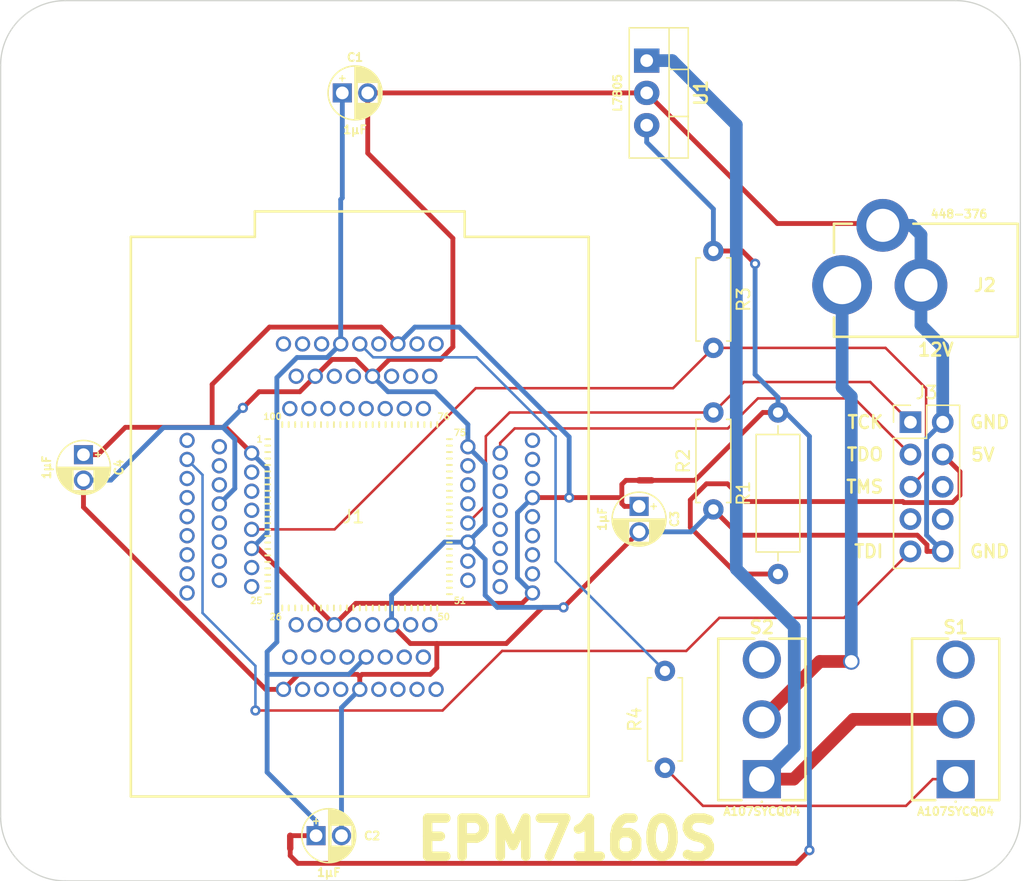
<source format=kicad_pcb>
(kicad_pcb (version 20240108) (generator "pcbnew") (generator_version "8.0")
  (title_block (title "EPM7160S") (date "2025-02-06") (rev "V0"))
  (layers (0 "F.Cu" signal) (31 "B.Cu" signal) (36 "B.SilkS" user "B.Silkscreen") (37 "F.SilkS" user "F.Silkscreen") (38 "B.Mask" user) (39 "F.Mask" user) (44 "Edge.Cuts" user))
  (net 0 "")
  (net 1 "/INPUT{slash}GCLK1")
  (net 2 "/VCCIO")
  (net 3 "/GND")
  (net 4 "/TMS")
  (net 5 "/TDO")
  (net 6 "/TDI")
  (net 7 "/TCK")
  (net 8 "/INPUT{slash}OE1")
  (net 9 "/VCCINT")
  (net 10 "/INPUT{slash}GCLRn")
  (net 11 "/INPUT{slash}OE2{slash}GCLK2")
  (net 12 "/5V")
  (net 13 "/12V Socket")
  (net 16 "Net-(J3-Pin_4)")
  (net 18 "/12V")
  (net 19 "Net-(S1-P1)")
  (net 22 "/L35")
  (net 23 "/L9")
  (net 24 "/L31")
  (net 25 "/L13")
  (net 26 "/L16")
  (net 27 "/L1")
  (net 28 "/L12")
  (net 29 "/L22")
  (net 30 "/L32")
  (net 31 "/L14")
  (net 32 "/L6")
  (net 33 "/L17")
  (net 34 "/L10")
  (net 35 "/L21")
  (net 36 "/L24")
  (net 37 "/L8")
  (net 38 "/L5")
  (net 39 "/L37")
  (net 40 "/L30")
  (net 41 "/L36")
  (net 42 "/L7")
  (net 43 "/L40")
  (net 44 "/L29")
  (net 45 "/L28")
  (net 46 "/L33")
  (net 47 "/L19")
  (net 48 "/L20")
  (net 49 "/L27")
  (net 50 "/L23")
  (net 51 "/L2")
  (net 52 "/L25")
  (net 53 "/L53")
  (net 54 "/L69")
  (net 55 "/L55")
  (net 56 "/L52")
  (net 57 "/L58")
  (net 58 "/L71")
  (net 59 "/L56")
  (net 60 "/L61")
  (net 61 "/L72")
  (net 62 "/L80")
  (net 63 "/L76")
  (net 64 "/L68")
  (net 65 "/L54")
  (net 66 "/L77")
  (net 67 "/L78")
  (net 68 "/L79")
  (net 69 "/L64")
  (net 70 "/L63")
  (net 71 "/L81")
  (net 72 "/L75")
  (net 73 "/L83")
  (net 74 "/L65")
  (net 75 "/L85")
  (net 76 "/L57")
  (net 77 "/L70")
  (net 78 "/L67")
  (net 79 "/L84")
  (net 80 "/L60")
  (net 81 "/L92")
  (net 82 "/L94")
  (net 83 "/L98")
  (net 84 "/L93")
  (net 85 "/L97")
  (net 86 "/L96")
  (net 87 "/L100")
  (net 88 "/L99")
  (net 89 "/L49")
  (net 90 "/L50")
  (net 91 "/L46")
  (net 92 "/L41")
  (net 93 "/L48")
  (net 94 "/L45")
  (net 95 "/L44")
  (net 96 "/L42")
  (net 97 "/L47")
  (footprint "SamacSys_Parts:CP_Radial_D4.0mm_P2.00mm" (layer "F.Cu") (at 10.356 -20.32)
    (property "Reference" "C1" (at 1 -2.794 0) (layer "F.SilkS") (effects (font (size 0.635 0.635))))
    (property "Value" "1μF" (at 1 2.8956 0) (layer "F.SilkS") (effects (font (size 0.635 0.635))))
    (pad "1" thru_hole rect (at 0 0) (size 1.5 1.5) (drill 1) (layers "*.Cu" "*.Mask") (net 9 "/VCCINT"))
    (pad "2" thru_hole circle (at 2 0) (size 1.5 1.5) (drill 1) (layers "*.Cu" "*.Mask") (net 3 "/GND"))
  )
  (footprint "NetTie:NetTie-2_SMD_Pad0.5mm" (layer "F.Cu") (at 6.26 38.591 90)
    (property "Reference" "NT4" (hide yes))
    (property "Value" "NetTie_2" (hide yes))
    (fp_poly (pts (xy -0.5 -0.25) (xy 0.5 -0.25) (xy 0.5 0.25) (xy -0.5 0.25)) (fill solid) (layer "F.Cu"))
    (pad "1" smd circle (at -0.5 0 90) (size 0.5 0.5) (layers "F.Cu") (net 12 "/5V"))
    (pad "2" smd circle (at 0.5 0 90) (size 0.5 0.5) (layers "F.Cu") (net 9 "/VCCINT"))
  )
  (footprint "Resistor_THT:R_Axial_DIN0207_L6.3mm_D2.5mm_P7.62mm_Horizontal" (layer "F.Cu") (at 35.724 32.749 90)
    (property "Reference" "R4" (at 3.81 -2.37 90) (layer "F.SilkS"))
    (property "Value" "2.2K")
    (pad "1" thru_hole circle (at 0 0 90) (size 1.6 1.6) (drill 0.8) (layers "*.Cu" "*.Mask") (net 19 "Net-(S1-P1)"))
    (pad "2" thru_hole oval (at 7.62 0 90) (size 1.6 1.6) (drill 0.8) (layers "*.Cu" "*.Mask") (net 8 "/INPUT{slash}OE1"))
  )
  (footprint "SamacSys_Parts:448376" (layer "F.Cu") (at 60.8838 -5.207)
    (property "Reference" "J2" (at 0 0 0) (layer "F.SilkS") (effects (font (thickness 0.2))))
    (property "Value" "448-376" (at -2.032 -5.588 0) (layer "F.SilkS") (effects (font (size 0.635 0.635))))
    (pad "INNER" thru_hole circle (at -11.2268 0) (size 4.7 4.7) (drill 3) (layers "*.Cu" "*.Mask") (net 13 "/12V Socket"))
    (pad "SHL1" thru_hole circle (at -8.0268 -4.7) (size 4.15 4.15) (drill 2.6) (layers "*.Cu" "*.Mask") (net 3 "/GND"))
    (pad "SHL2" thru_hole circle (at -5.0268 0) (size 4.15 4.15) (drill 2.6) (layers "*.Cu" "*.Mask") (net 3 "/GND"))
  )
  (footprint "SamacSys_Parts:A107SYCQ04" (layer "F.Cu") (at 43.344 33.638)
    (property "Reference" "S2" (at 0 -11.938 0) (layer "F.SilkS") (effects (font (thickness 0.2))))
    (property "Value" "A107SYCQ04" (at 0 2.54 0) (layer "F.SilkS") (effects (font (size 0.635 0.635))))
    (pad "1" thru_hole rect (at 0 0) (size 3 3) (drill 2) (layers "*.Cu" "*.Mask") (net 18 "/12V"))
    (pad "2" thru_hole circle (at 0 -4.699) (size 3 3) (drill 2) (layers "*.Cu" "*.Mask") (net 13 "/12V Socket"))
    (pad "3" thru_hole circle (at 0 -9.398) (size 3 3) (drill 2) (layers "*.Cu" "*.Mask"))
  )
  (footprint "SamacSys_Parts:TO-220-3_Vertical" (layer "F.Cu") (at 34.29 -22.86 -90)
    (property "Reference" "U1" (at 2.54 -4.27 90) (layer "F.SilkS") (effects (font (thickness 0.2))))
    (property "Value" "L7805" (at 2.54 2.286 90) (layer "F.SilkS") (effects (font (size 0.635 0.635))))
    (pad "1" thru_hole rect (at 0 0 270) (size 1.905 2) (drill 1) (layers "*.Cu" "*.Mask") (net 18 "/12V"))
    (pad "2" thru_hole oval (at 2.54 0 270) (size 1.905 2) (drill 1) (layers "*.Cu" "*.Mask") (net 3 "/GND"))
    (pad "3" thru_hole oval (at 5.08 0 270) (size 1.905 2) (drill 1) (layers "*.Cu" "*.Mask") (net 12 "/5V"))
  )
  (footprint "Resistor_THT:R_Axial_DIN0309_L9.0mm_D3.2mm_P12.70mm_Horizontal" (layer "F.Cu") (at 44.614 17.509 90)
    (property "Reference" "R1" (at 6.35 -2.72 90) (layer "F.SilkS"))
    (property "Value" "100")
    (pad "1" thru_hole circle (at 0 0 90) (size 1.6 1.6) (drill 0.8) (layers "*.Cu" "*.Mask") (net 16 "Net-(J3-Pin_4)"))
    (pad "2" thru_hole oval (at 12.7 0 90) (size 1.6 1.6) (drill 0.8) (layers "*.Cu" "*.Mask") (net 12 "/5V"))
  )
  (footprint "SamacSys_Parts:CP_Radial_D4.0mm_P2.00mm" (layer "F.Cu") (at 33.692 12.191 -90)
    (property "Reference" "C3" (at 1 -2.794 90) (layer "F.SilkS") (effects (font (size 0.635 0.635))))
    (property "Value" "1μF" (at 1 2.8956 90) (layer "F.SilkS") (effects (font (size 0.635 0.635))))
    (pad "1" thru_hole rect (at 0 0 270) (size 1.5 1.5) (drill 1) (layers "*.Cu" "*.Mask") (net 2 "/VCCIO"))
    (pad "2" thru_hole circle (at 2 0 270) (size 1.5 1.5) (drill 1) (layers "*.Cu" "*.Mask") (net 3 "/GND"))
  )
  (footprint "Connector_PinHeader_2.54mm:PinHeader_2x05_P2.54mm_Vertical" (layer "F.Cu") (at 55.028 5.571)
    (property "Reference" "J3" (at 1.27 -2.33 0) (layer "F.SilkS"))
    (property "Value" "Conn_02x05_Counter_Clockwise")
    (pad "1" thru_hole rect (at 0 0) (size 1.7 1.7) (drill 1) (layers "*.Cu" "*.Mask") (net 7 "/TCK"))
    (pad "2" thru_hole oval (at 2.54 0) (size 1.7 1.7) (drill 1) (layers "*.Cu" "*.Mask") (net 3 "/GND"))
    (pad "3" thru_hole oval (at 0 2.54) (size 1.7 1.7) (drill 1) (layers "*.Cu" "*.Mask") (net 5 "/TDO"))
    (pad "4" thru_hole oval (at 2.54 2.54) (size 1.7 1.7) (drill 1) (layers "*.Cu" "*.Mask") (net 16 "Net-(J3-Pin_4)"))
    (pad "5" thru_hole oval (at 0 5.08) (size 1.7 1.7) (drill 1) (layers "*.Cu" "*.Mask") (net 4 "/TMS"))
    (pad "6" thru_hole oval (at 2.54 5.08) (size 1.7 1.7) (drill 1) (layers "*.Cu" "*.Mask"))
    (pad "7" thru_hole oval (at 0 7.62) (size 1.7 1.7) (drill 1) (layers "*.Cu" "*.Mask"))
    (pad "8" thru_hole oval (at 2.54 7.62) (size 1.7 1.7) (drill 1) (layers "*.Cu" "*.Mask"))
    (pad "9" thru_hole oval (at 0 10.16) (size 1.7 1.7) (drill 1) (layers "*.Cu" "*.Mask") (net 6 "/TDI"))
    (pad "10" thru_hole oval (at 2.54 10.16) (size 1.7 1.7) (drill 1) (layers "*.Cu" "*.Mask") (net 3 "/GND"))
  )
  (footprint "Resistor_THT:R_Axial_DIN0207_L6.3mm_D2.5mm_P7.62mm_Horizontal" (layer "F.Cu") (at 39.534 12.429 90)
    (property "Reference" "R2" (at 3.81 -2.37 90) (layer "F.SilkS"))
    (property "Value" "6.8K")
    (pad "1" thru_hole circle (at 0 0 90) (size 1.6 1.6) (drill 0.8) (layers "*.Cu" "*.Mask") (net 3 "/GND"))
    (pad "2" thru_hole oval (at 7.62 0 90) (size 1.6 1.6) (drill 0.8) (layers "*.Cu" "*.Mask") (net 7 "/TCK"))
  )
  (footprint "Resistor_THT:R_Axial_DIN0207_L6.3mm_D2.5mm_P7.62mm_Horizontal" (layer "F.Cu") (at 39.534 -7.891 -90)
    (property "Reference" "R3" (at 3.81 -2.37 90) (layer "F.SilkS"))
    (property "Value" "6.8K")
    (pad "1" thru_hole circle (at 0 0 270) (size 1.6 1.6) (drill 0.8) (layers "*.Cu" "*.Mask") (net 12 "/5V"))
    (pad "2" thru_hole oval (at 7.62 0 270) (size 1.6 1.6) (drill 0.8) (layers "*.Cu" "*.Mask") (net 4 "/TMS"))
  )
  (footprint "SamacSys_Parts:AllSocket-QFP-100-14X14-0.5-Clamshell" (layer "F.Cu") (at 10.714 11.984)
    (property "Reference" "J1" (at 0.516 1.016 0) (layer "F.SilkS"))
    (property "Value" "~")
    (fp_text user "51" (at 8.89 7.62 0) (layer "F.SilkS") (effects (font (size 0.5 0.5) (thickness 0.1) (bold yes))))
    (fp_text user "26" (at -5.588 8.89 0) (layer "F.SilkS") (effects (font (size 0.5 0.5) (thickness 0.1) (bold yes))))
    (fp_text user "1" (at -6.858 -5.08 0) (layer "F.SilkS") (effects (font (size 0.5 0.5) (thickness 0.1) (bold yes))))
    (fp_text user "25" (at -7.112 7.62 0) (layer "F.SilkS") (effects (font (size 0.5 0.5) (thickness 0.1) (bold yes))))
    (fp_text user "100" (at -5.842 -6.858 0) (layer "F.SilkS") (effects (font (size 0.5 0.5) (thickness 0.1) (bold yes))))
    (fp_text user "76" (at 7.62 -6.858 0) (layer "F.SilkS") (effects (font (size 0.5 0.5) (thickness 0.1) (bold yes))))
    (fp_text user "50" (at 7.62 8.89 0) (layer "F.SilkS") (effects (font (size 0.5 0.5) (thickness 0.1) (bold yes))))
    (fp_text user "75" (at 8.89 -5.588 0) (layer "F.SilkS") (effects (font (size 0.5 0.5) (thickness 0.1) (bold yes))))
    (pad "" np_thru_hole circle (at -11.984 -11.984 90) (size 3.2 3.2) (drill 3.6) (layers "F&B.Cu" "*.Mask"))
    (pad "" np_thru_hole circle (at -11.984 14.016 90) (size 3.2 3.2) (drill 3.6) (layers "F&B.Cu" "*.Mask"))
    (pad "" np_thru_hole circle (at 14.016 -11.984 90) (size 3.2 3.2) (drill 3.6) (layers "F&B.Cu" "*.Mask"))
    (pad "" np_thru_hole circle (at 14.016 14.016 90) (size 3.2 3.2) (drill 3.6) (layers "F&B.Cu" "*.Mask"))
    (pad "1" thru_hole circle (at -12.564 -4.984 90) (size 1.2 1.2) (drill 0.8) (layers "*.Cu" "*.Mask") (net 27 "/L1"))
    (pad "2" thru_hole circle (at -10.024 -4.484 90) (size 1.2 1.2) (drill 0.8) (layers "*.Cu" "*.Mask") (net 51 "/L2"))
    (pad "3" thru_hole circle (at -7.484 -3.984 90) (size 1.2 1.2) (drill 0.8) (layers "*.Cu" "*.Mask") (net 2 "/VCCIO"))
    (pad "4" thru_hole circle (at -12.564 -3.484 90) (size 1.2 1.2) (drill 0.8) (layers "*.Cu" "*.Mask") (net 6 "/TDI"))
    (pad "5" thru_hole circle (at -10.024 -2.984 90) (size 1.2 1.2) (drill 0.8) (layers "*.Cu" "*.Mask") (net 38 "/L5"))
    (pad "6" thru_hole circle (at -7.484 -2.484 90) (size 1.2 1.2) (drill 0.8) (layers "*.Cu" "*.Mask") (net 32 "/L6"))
    (pad "7" thru_hole circle (at -12.564 -1.984 90) (size 1.2 1.2) (drill 0.8) (layers "*.Cu" "*.Mask") (net 42 "/L7"))
    (pad "8" thru_hole circle (at -10.024 -1.484 90) (size 1.2 1.2) (drill 0.8) (layers "*.Cu" "*.Mask") (net 37 "/L8"))
    (pad "9" thru_hole circle (at -7.484 -0.984 90) (size 1.2 1.2) (drill 0.8) (layers "*.Cu" "*.Mask") (net 23 "/L9"))
    (pad "10" thru_hole circle (at -12.564 -0.484 90) (size 1.2 1.2) (drill 0.8) (layers "*.Cu" "*.Mask") (net 34 "/L10"))
    (pad "11" thru_hole circle (at -10.024 0.016 90) (size 1.2 1.2) (drill 0.8) (layers "*.Cu" "*.Mask") (net 3 "/GND"))
    (pad "12" thru_hole circle (at -7.484 0.516 90) (size 1.2 1.2) (drill 0.8) (layers "*.Cu" "*.Mask") (net 28 "/L12"))
    (pad "13" thru_hole circle (at -12.564 1.016 90) (size 1.2 1.2) (drill 0.8) (layers "*.Cu" "*.Mask") (net 25 "/L13"))
    (pad "14" thru_hole circle (at -10.024 1.516 90) (size 1.2 1.2) (drill 0.8) (layers "*.Cu" "*.Mask") (net 31 "/L14"))
    (pad "15" thru_hole circle (at -7.484 2.016 90) (size 1.2 1.2) (drill 0.8) (layers "*.Cu" "*.Mask") (net 4 "/TMS"))
    (pad "16" thru_hole circle (at -12.564 2.516 90) (size 1.2 1.2) (drill 0.8) (layers "*.Cu" "*.Mask") (net 26 "/L16"))
    (pad "17" thru_hole circle (at -10.024 3.016 90) (size 1.2 1.2) (drill 0.8) (layers "*.Cu" "*.Mask") (net 33 "/L17"))
    (pad "18" thru_hole circle (at -7.484 3.516 90) (size 1.2 1.2) (drill 0.8) (layers "*.Cu" "*.Mask") (net 2 "/VCCIO"))
    (pad "19" thru_hole circle (at -12.564 4.016 90) (size 1.2 1.2) (drill 0.8) (layers "*.Cu" "*.Mask") (net 47 "/L19"))
    (pad "20" thru_hole circle (at -10.024 4.516 90) (size 1.2 1.2) (drill 0.8) (layers "*.Cu" "*.Mask") (net 48 "/L20"))
    (pad "21" thru_hole circle (at -7.484 5.016 90) (size 1.2 1.2) (drill 0.8) (layers "*.Cu" "*.Mask") (net 35 "/L21"))
    (pad "22" thru_hole circle (at -12.564 5.516 90) (size 1.2 1.2) (drill 0.8) (layers "*.Cu" "*.Mask") (net 29 "/L22"))
    (pad "23" thru_hole circle (at -10.024 6.016 90) (size 1.2 1.2) (drill 0.8) (layers "*.Cu" "*.Mask") (net 50 "/L23"))
    (pad "24" thru_hole circle (at -7.484 6.516 90) (size 1.2 1.2) (drill 0.8) (layers "*.Cu" "*.Mask") (net 36 "/L24"))
    (pad "25" thru_hole circle (at -12.564 7.016 90) (size 1.2 1.2) (drill 0.8) (layers "*.Cu" "*.Mask") (net 52 "/L25"))
    (pad "26" thru_hole circle (at -4.984 14.596 180) (size 1.2 1.2) (drill 0.8) (layers "*.Cu" "*.Mask") (net 3 "/GND"))
    (pad "27" thru_hole circle (at -4.484 12.056 180) (size 1.2 1.2) (drill 0.8) (layers "*.Cu" "*.Mask") (net 49 "/L27"))
    (pad "28" thru_hole circle (at -3.984 9.516 180) (size 1.2 1.2) (drill 0.8) (layers "*.Cu" "*.Mask") (net 45 "/L28"))
    (pad "29" thru_hole circle (at -3.484 14.596 180) (size 1.2 1.2) (drill 0.8) (layers "*.Cu" "*.Mask") (net 44 "/L29"))
    (pad "30" thru_hole circle (at -2.984 12.056 180) (size 1.2 1.2) (drill 0.8) (layers "*.Cu" "*.Mask") (net 40 "/L30"))
    (pad "31" thru_hole circle (at -2.484 9.516 180) (size 1.2 1.2) (drill 0.8) (layers "*.Cu" "*.Mask") (net 24 "/L31"))
    (pad "32" thru_hole circle (at -1.984 14.596 180) (size 1.2 1.2) (drill 0.8) (layers "*.Cu" "*.Mask") (net 30 "/L32"))
    (pad "33" thru_hole circle (at -1.484 12.056 180) (size 1.2 1.2) (drill 0.8) (layers "*.Cu" "*.Mask") (net 46 "/L33"))
    (pad "34" thru_hole circle (at -0.984 9.516 180) (size 1.2 1.2) (drill 0.8) (layers "*.Cu" "*.Mask") (net 2 "/VCCIO"))
    (pad "35" thru_hole circle (at -0.484 14.596 180) (size 1.2 1.2) (drill 0.8) (layers "*.Cu" "*.Mask") (net 22 "/L35"))
    (pad "36" thru_hole circle (at 0.016 12.056 180) (size 1.2 1.2) (drill 0.8) (layers "*.Cu" "*.Mask") (net 41 "/L36"))
    (pad "37" thru_hole circle (at 0.516 9.516 180) (size 1.2 1.2) (drill 0.8) (layers "*.Cu" "*.Mask") (net 39 "/L37"))
    (pad "38" thru_hole circle (at 1.016 14.596 180) (size 1.2 1.2) (drill 0.8) (layers "*.Cu" "*.Mask") (net 3 "/GND"))
    (pad "39" thru_hole circle (at 1.516 12.056 180) (size 1.2 1.2) (drill 0.8) (layers "*.Cu" "*.Mask") (net 9 "/VCCINT"))
    (pad "40" thru_hole circle (at 2.016 9.516 180) (size 1.2 1.2) (drill 0.8) (layers "*.Cu" "*.Mask") (net 43 "/L40"))
    (pad "41" thru_hole circle (at 2.516 14.596 180) (size 1.2 1.2) (drill 0.8) (layers "*.Cu" "*.Mask") (net 92 "/L41"))
    (pad "42" thru_hole circle (at 3.016 12.056 180) (size 1.2 1.2) (drill 0.8) (layers "*.Cu" "*.Mask") (net 96 "/L42"))
    (pad "43" thru_hole circle (at 3.516 9.516 180) (size 1.2 1.2) (drill 0.8) (layers "*.Cu" "*.Mask") (net 3 "/GND"))
    (pad "44" thru_hole circle (at 4.016 14.596 180) (size 1.2 1.2) (drill 0.8) (layers "*.Cu" "*.Mask") (net 95 "/L44"))
    (pad "45" thru_hole circle (at 4.516 12.056 180) (size 1.2 1.2) (drill 0.8) (layers "*.Cu" "*.Mask") (net 94 "/L45"))
    (pad "46" thru_hole circle (at 5.016 9.516 180) (size 1.2 1.2) (drill 0.8) (layers "*.Cu" "*.Mask") (net 91 "/L46"))
    (pad "47" thru_hole circle (at 5.516 14.596 180) (size 1.2 1.2) (drill 0.8) (layers "*.Cu" "*.Mask") (net 97 "/L47"))
    (pad "48" thru_hole circle (at 6.016 12.056 180) (size 1.2 1.2) (drill 0.8) (layers "*.Cu" "*.Mask") (net 93 "/L48"))
    (pad "49" thru_hole circle (at 6.516 9.516 180) (size 1.2 1.2) (drill 0.8) (layers "*.Cu" "*.Mask") (net 89 "/L49"))
    (pad "50" thru_hole circle (at 7.016 14.596 180) (size 1.2 1.2) (drill 0.8) (layers "*.Cu" "*.Mask") (net 90 "/L50"))
    (pad "51" thru_hole circle (at 14.596 7.016 270) (size 1.2 1.2) (drill 0.8) (layers "*.Cu" "*.Mask") (net 2 "/VCCIO"))
    (pad "52" thru_hole circle (at 12.056 6.516 270) (size 1.2 1.2) (drill 0.8) (layers "*.Cu" "*.Mask") (net 56 "/L52"))
    (pad "53" thru_hole circle (at 9.516 6.016 270) (size 1.2 1.2) (drill 0.8) (layers "*.Cu" "*.Mask") (net 53 "/L53"))
    (pad "54" thru_hole circle (at 14.596 5.516 270) (size 1.2 1.2) (drill 0.8) (layers "*.Cu" "*.Mask") (net 65 "/L54"))
    (pad "55" thru_hole circle (at 12.056 5.016 270) (size 1.2 1.2) (drill 0.8) (layers "*.Cu" "*.Mask") (net 55 "/L55"))
    (pad "56" thru_hole circle (at 9.516 4.516 270) (size 1.2 1.2) (drill 0.8) (layers "*.Cu" "*.Mask") (net 59 "/L56"))
    (pad "57" thru_hole circle (at 14.596 4.016 270) (size 1.2 1.2) (drill 0.8) (layers "*.Cu" "*.Mask") (net 76 "/L57"))
    (pad "58" thru_hole circle (at 12.056 3.516 270) (size 1.2 1.2) (drill 0.8) (layers "*.Cu" "*.Mask") (net 57 "/L58"))
    (pad "59" thru_hole circle (at 9.516 3.016 270) (size 1.2 1.2) (drill 0.8) (layers "*.Cu" "*.Mask") (net 3 "/GND"))
    (pad "60" thru_hole circle (at 14.596 2.516 270) (size 1.2 1.2) (drill 0.8) (layers "*.Cu" "*.Mask") (net 80 "/L60"))
    (pad "61" thru_hole circle (at 12.056 2.016 270) (size 1.2 1.2) (drill 0.8) (layers "*.Cu" "*.Mask") (net 60 "/L61"))
    (pad "62" thru_hole circle (at 9.516 1.516 270) (size 1.2 1.2) (drill 0.8) (layers "*.Cu" "*.Mask") (net 7 "/TCK"))
    (pad "63" thru_hole circle (at 14.596 1.016 90) (size 1.2 1.2) (drill 0.8) (layers "*.Cu" "*.Mask") (net 70 "/L63"))
    (pad "64" thru_hole circle (at 12.056 0.516 270) (size 1.2 1.2) (drill 0.8) (layers "*.Cu" "*.Mask") (net 69 "/L64"))
    (pad "65" thru_hole circle (at 9.516 0.016 270) (size 1.2 1.2) (drill 0.8) (layers "*.Cu" "*.Mask") (net 74 "/L65"))
    (pad "66" thru_hole circle (at 14.596 -0.484 270) (size 1.2 1.2) (drill 0.8) (layers "*.Cu" "*.Mask") (net 2 "/VCCIO"))
    (pad "67" thru_hole circle (at 12.056 -0.984 270) (size 1.2 1.2) (drill 0.8) (layers "*.Cu" "*.Mask") (net 78 "/L67"))
    (pad "68" thru_hole circle (at 9.516 -1.484 270) (size 1.2 1.2) (drill 0.8) (layers "*.Cu" "*.Mask") (net 64 "/L68"))
    (pad "69" thru_hole circle (at 14.596 -1.984 270) (size 1.2 1.2) (drill 0.8) (layers "*.Cu" "*.Mask") (net 54 "/L69"))
    (pad "70" thru_hole circle (at 12.056 -2.484 270) (size 1.2 1.2) (drill 0.8) (layers "*.Cu" "*.Mask") (net 77 "/L70"))
    (pad "71" thru_hole circle (at 9.516 -2.984 270) (size 1.2 1.2) (drill 0.8) (layers "*.Cu" "*.Mask") (net 58 "/L71"))
    (pad "72" thru_hole circle (at 14.596 -3.484 270) (size 1.2 1.2) (drill 0.8) (layers "*.Cu" "*.Mask") (net 61 "/L72"))
    (pad "73" thru_hole circle (at 12.056 -3.984 270) (size 1.2 1.2) (drill 0.8) (layers "*.Cu" "*.Mask") (net 5 "/TDO"))
    (pad "74" thru_hole circle (at 9.516 -4.484 270) (size 1.2 1.2) (drill 0.8) (layers "*.Cu" "*.Mask") (net 3 "/GND"))
    (pad "75" thru_hole circle (at 14.596 -4.984 270) (size 1.2 1.2) (drill 0.8) (layers "*.Cu" "*.Mask") (net 72 "/L75"))
    (pad "76" thru_hole circle (at 7.016 -12.564) (size 1.2 1.2) (drill 0.8) (layers "*.Cu" "*.Mask") (net 63 "/L76"))
    (pad "77" thru_hole circle (at 6.516 -10.024) (size 1.2 1.2) (drill 0.8) (layers "*.Cu" "*.Mask") (net 66 "/L77"))
    (pad "78" thru_hole circle (at 6.016 -7.484) (size 1.2 1.2) (drill 0.8) (layers "*.Cu" "*.Mask") (net 67 "/L78"))
    (pad "79" thru_hole circle (at 5.516 -12.564) (size 1.2 1.2) (drill 0.8) (layers "*.Cu" "*.Mask") (net 68 "/L79"))
    (pad "80" thru_hole circle (at 5.016 -10.024) (size 1.2 1.2) (drill 0.8) (layers "*.Cu" "*.Mask") (net 62 "/L80"))
    (pad "81" thru_hole circle (at 4.516 -7.484) (size 1.2 1.2) (drill 0.8) (layers "*.Cu" "*.Mask") (net 71 "/L81"))
    (pad "82" thru_hole circle (at 4.016 -12.564) (size 1.2 1.2) (drill 0.8) (layers "*.Cu" "*.Mask") (net 2 "/VCCIO"))
    (pad "83" thru_hole circle (at 3.516 -10.024) (size 1.2 1.2) (drill 0.8) (layers "*.Cu" "*.Mask") (net 73 "/L83"))
    (pad "84" thru_hole circle (at 3.016 -7.484) (size 1.2 1.2) (drill 0.8) (layers "*.Cu" "*.Mask") (net 79 "/L84"))
    (pad "85" thru_hole circle (at 2.516 -12.564) (size 1.2 1.2) (drill 0.8) (layers "*.Cu" "*.Mask") (net 75 "/L85"))
    (pad "86" thru_hole circle (at 2.016 -10.024) (size 1.2 1.2) (drill 0.8) (layers "*.Cu" "*.Mask") (net 3 "/GND"))
    (pad "87" thru_hole circle (at 1.516 -7.484) (size 1.2 1.2) (drill 0.8) (layers "*.Cu" "*.Mask") (net 1 "/INPUT{slash}GCLK1"))
    (pad "88" thru_hole circle (at 1.016 -12.564 180) (size 1.2 1.2) (drill 0.8) (layers "*.Cu" "*.Mask") (net 8 "/INPUT{slash}OE1"))
    (pad "89" thru_hole circle (at 0.516 -10.024) (size 1.2 1.2) (drill 0.8) (layers "*.Cu" "*.Mask") (net 10 "/INPUT{slash}GCLRn"))
    (pad "90" thru_hole circle (at 0.016 -7.484) (size 1.2 1.2) (drill 0.8) (layers "*.Cu" "*.Mask") (net 11 "/INPUT{slash}OE2{slash}GCLK2"))
    (pad "91" thru_hole circle (at -0.484 -12.564) (size 1.2 1.2) (drill 0.8) (layers "*.Cu" "*.Mask") (net 9 "/VCCINT"))
    (pad "92" thru_hole circle (at -0.984 -10.024) (size 1.2 1.2) (drill 0.8) (layers "*.Cu" "*.Mask") (net 81 "/L92"))
    (pad "93" thru_hole circle (at -1.484 -7.484) (size 1.2 1.2) (drill 0.8) (layers "*.Cu" "*.Mask") (net 84 "/L93"))
    (pad "94" thru_hole circle (at -1.984 -12.564) (size 1.2 1.2) (drill 0.8) (layers "*.Cu" "*.Mask") (net 82 "/L94"))
    (pad "95" thru_hole circle (at -2.484 -10.024) (size 1.2 1.2) (drill 0.8) (layers "*.Cu" "*.Mask") (net 3 "/GND"))
    (pad "96" thru_hole circle (at -2.984 -7.484) (size 1.2 1.2) (drill 0.8) (layers "*.Cu" "*.Mask") (net 86 "/L96"))
    (pad "97" thru_hole circle (at -3.484 -12.564) (size 1.2 1.2) (drill 0.8) (layers "*.Cu" "*.Mask") (net 85 "/L97"))
    (pad "98" thru_hole circle (at -3.984 -10.024) (size 1.2 1.2) (drill 0.8) (layers "*.Cu" "*.Mask") (net 83 "/L98"))
    (pad "99" thru_hole circle (at -4.484 -7.484) (size 1.2 1.2) (drill 0.8) (layers "*.Cu" "*.Mask") (net 88 "/L99"))
    (pad "100" thru_hole circle (at -4.984 -12.564) (size 1.2 1.2) (drill 0.8) (layers "*.Cu" "*.Mask") (net 87 "/L100"))
  )
  (footprint "SamacSys_Parts:A107SYCQ04" (layer "F.Cu") (at 58.584 33.638)
    (property "Reference" "S1" (at 0 -11.938 0) (layer "F.SilkS") (effects (font (thickness 0.2))))
    (property "Value" "A107SYCQ04" (at 0 2.54 0) (layer "F.SilkS") (effects (font (size 0.635 0.635))))
    (pad "1" thru_hole rect (at 0 0) (size 3 3) (drill 2) (layers "*.Cu" "*.Mask") (net 19 "Net-(S1-P1)"))
    (pad "2" thru_hole circle (at 0 -4.699) (size 3 3) (drill 2) (layers "*.Cu" "*.Mask") (net 18 "/12V"))
    (pad "3" thru_hole circle (at 0 -9.398) (size 3 3) (drill 2) (layers "*.Cu" "*.Mask"))
  )
  (footprint "SamacSys_Parts:CP_Radial_D4.0mm_P2.00mm" (layer "F.Cu") (at 8.292 38.083)
    (property "Reference" "C2" (at 4.408 0.017 0) (layer "F.SilkS") (effects (font (size 0.635 0.635))))
    (property "Value" "1μF" (at 1 2.8956 0) (layer "F.SilkS") (effects (font (size 0.635 0.635))))
    (pad "1" thru_hole rect (at 0 0) (size 1.5 1.5) (drill 1) (layers "*.Cu" "*.Mask") (net 9 "/VCCINT"))
    (pad "2" thru_hole circle (at 2 0) (size 1.5 1.5) (drill 1) (layers "*.Cu" "*.Mask") (net 3 "/GND"))
  )
  (footprint "NetTie:NetTie-2_SMD_Pad0.5mm" (layer "F.Cu") (at 34.192 10.143 180)
    (property "Reference" "NT5" (hide yes))
    (property "Value" "NetTie_2" (hide yes))
    (fp_poly (pts (xy -0.5 -0.25) (xy 0.5 -0.25) (xy 0.5 0.25) (xy -0.5 0.25)) (fill solid) (layer "F.Cu"))
    (pad "1" smd circle (at -0.5 0 180) (size 0.5 0.5) (layers "F.Cu") (net 12 "/5V"))
    (pad "2" smd circle (at 0.5 0 180) (size 0.5 0.5) (layers "F.Cu") (net 2 "/VCCIO"))
  )
  (footprint "SamacSys_Parts:CP_Radial_D4.0mm_P2.00mm" (layer "F.Cu") (at -9.996 8.127 -90)
    (property "Reference" "C4" (at 1 -2.794 90) (layer "F.SilkS") (effects (font (size 0.635 0.635))))
    (property "Value" "1μF" (at 1 2.8956 90) (layer "F.SilkS") (effects (font (size 0.635 0.635))))
    (pad "1" thru_hole rect (at 0 0 270) (size 1.5 1.5) (drill 1) (layers "*.Cu" "*.Mask") (net 2 "/VCCIO"))
    (pad "2" thru_hole circle (at 2 0 270) (size 1.5 1.5) (drill 1) (layers "*.Cu" "*.Mask") (net 3 "/GND"))
  )
  (gr_arc (start 58.592 -27.576) (mid 62.184102 -26.088102) (end 63.672 -22.496) (stroke (width 0.1)) (layer "Edge.Cuts"))
  (gr_line (start 63.672 36.559) (end 63.672 -22.496) (stroke (width 0.1)) (layer "Edge.Cuts"))
  (gr_arc (start -11.43 41.639) (mid -15.022102 40.151102) (end -16.51 36.559) (stroke (width 0.1)) (layer "Edge.Cuts"))
  (gr_line (start 58.592 -27.576) (end -11.43 -27.576) (stroke (width 0.1)) (layer "Edge.Cuts"))
  (gr_arc (start 63.672 36.559) (mid 62.184102 40.151102) (end 58.592 41.639) (stroke (width 0.1)) (layer "Edge.Cuts"))
  (gr_arc (start -16.51 -22.496) (mid -15.022102 -26.088102) (end -11.43 -27.576) (stroke (width 0.1)) (layer "Edge.Cuts"))
  (gr_line (start -11.43 41.639) (end 58.592 41.639) (stroke (width 0.1)) (layer "Edge.Cuts"))
  (gr_line (start -16.51 36.559) (end -16.51 -22.496) (stroke (width 0.1)) (layer "Edge.Cuts"))
  (gr_text "TDI" (at 52.996001 15.731 0) (layer "F.SilkS") (effects (font (size 1 1) (thickness 0.2) (bold yes)) (justify right)))
  (gr_text "EPM7160S" (at 28.067 38.354 0) (layer "F.SilkS") (effects (font (size 3 3) (thickness 0.75) (bold yes))))
  (gr_text "TCK" (at 52.996001 5.571 0) (layer "F.SilkS") (effects (font (size 1 1) (thickness 0.2) (bold yes)) (justify right)))
  (gr_text "12V" (at 57.023 -0.127 0) (layer "F.SilkS") (effects (font (size 1 1) (thickness 0.2) (bold yes))))
  (gr_text "TMS" (at 52.996001 10.651 0) (layer "F.SilkS") (effects (font (size 1 1) (thickness 0.2) (bold yes)) (justify right)))
  (gr_text "5V" (at 59.69 8.128 0) (layer "F.SilkS") (effects (font (size 1 1) (thickness 0.2) (bold yes)) (justify left)))
  (gr_text "GND" (at 59.600001 5.571 0) (layer "F.SilkS") (effects (font (size 1 1) (thickness 0.2) (bold yes)) (justify left)))
  (gr_text "TDO" (at 52.996001 8.111 0) (layer "F.SilkS") (effects (font (size 1 1) (thickness 0.2) (bold yes)) (justify right)))
  (gr_text "GND" (at 59.600001 15.731 0) (layer "F.SilkS") (effects (font (size 1 1) (thickness 0.2) (bold yes)) (justify left)))
  (segment (start 32.656 10.143) (end 33.692 10.143) (width 0.38) (layer "F.Cu") (net 2))
  (segment (start 24.4936 19.8164) (end 25.31 19) (width 0.38) (layer "F.Cu") (net 2))
  (segment (start -9.996 8.127) (end -8.8543 8.127) (width 0.38) (layer "F.Cu") (net 2))
  (segment (start -8.8543 8.127) (end -6.7018 5.9745) (width 0.38) (layer "F.Cu") (net 2))
  (segment (start 3.73 15.5) (end 3.23 15.5) (width 0.38) (layer "F.Cu") (net 2))
  (segment (start 11.4136 19.8164) (end 24.4936 19.8164) (width 0.38) (layer "F.Cu") (net 2))
  (segment (start 32.335 11.9757) (end 32.5503 12.191) (width 0.38) (layer "F.Cu") (net 2))
  (segment (start 32.335 11.5) (end 32.335 11.9757) (width 0.38) (layer "F.Cu") (net 2))
  (segment (start -6.7018 5.9745) (end 0.1213 5.9745) (width 0.38) (layer "F.Cu") (net 2))
  (segment (start 32.335 10.464) (end 32.656 10.143) (width 0.38) (layer "F.Cu") (net 2))
  (segment (start 33.692 12.191) (end 32.5503 12.191) (width 0.38) (layer "F.Cu") (net 2))
  (segment (start 28.194 11.5) (end 32.335 11.5) (width 0.38) (layer "F.Cu") (net 2))
  (segment (start 0.1213 5.9745) (end 1.2045 5.9745) (width 0.38) (layer "F.Cu") (net 2))
  (segment (start 9.73 21.5) (end 11.4136 19.8164) (width 0.38) (layer "F.Cu") (net 2))
  (segment (start 25.31 11.5) (end 28.194 11.5) (width 0.38) (layer "F.Cu") (net 2))
  (segment (start 32.335 11.5) (end 32.335 10.464) (width 0.38) (layer "F.Cu") (net 2))
  (segment (start 13.405 -1.905) (end 4.6273 -1.905) (width 0.38) (layer "F.Cu") (net 2))
  (segment (start 4.6273 -1.905) (end 0.1213 2.601) (width 0.38) (layer "F.Cu") (net 2))
  (segment (start 9.73 21.5) (end 3.73 15.5) (width 0.38) (layer "F.Cu") (net 2))
  (segment (start 0.1213 2.601) (end 0.1213 5.9745) (width 0.38) (layer "F.Cu") (net 2))
  (segment (start 1.2045 5.9745) (end 3.23 8) (width 0.38) (layer "F.Cu") (net 2))
  (segment (start 14.73 -0.58) (end 13.405 -1.905) (width 0.38) (layer "F.Cu") (net 2))
  (via (at 28.194 11.5) (size 0.8) (drill 0.4) (layers "F.Cu" "B.Cu") (net 2))
  (segment (start 28.194 6.731) (end 28.194 11.5) (width 0.38) (layer "B.Cu") (net 2))
  (segment (start 19.558 -1.905) (end 28.194 6.731) (width 0.38) (layer "B.Cu") (net 2))
  (segment (start 14.73 -0.58) (end 16.055 -1.905) (width 0.38) (layer "B.Cu") (net 2))
  (segment (start 24.13 12.68) (end 25.31 11.5) (width 0.38) (layer "B.Cu") (net 2))
  (segment (start 3.23 8) (end 4.445 9.215) (width 0.38) (layer "B.Cu") (net 2))
  (segment (start 25.31 19) (end 24.13 17.82) (width 0.38) (layer "B.Cu") (net 2))
  (segment (start 16.055 -1.905) (end 19.558 -1.905) (width 0.38) (layer "B.Cu") (net 2))
  (segment (start 4.445 14.285) (end 3.23 15.5) (width 0.38) (layer "B.Cu") (net 2))
  (segment (start 4.445 9.215) (end 4.445 14.285) (width 0.38) (layer "B.Cu") (net 2))
  (segment (start 24.13 17.82) (end 24.13 12.68) (width 0.38) (layer "B.Cu") (net 2))
  (segment (start 23.253 22.975) (end 17.788 22.975) (width 0.38) (layer "F.Cu") (net 3))
  (segment (start 11.73 25.5804) (end 11.73 26.58) (width 0.38) (layer "F.Cu") (net 3))
  (segment (start 12.73 1.96) (end 11.405 0.635) (width 0.38) (layer "F.Cu") (net 3))
  (segment (start 11.9104 25.4) (end 11.73 25.5804) (width 0.38) (layer "F.Cu") (net 3))
  (segment (start 17.788 24.884) (end 17.272 25.4) (width 0.38) (layer "F.Cu") (net 3))
  (segment (start 34.29 -20.32) (end 12.356 -20.32) (width 0.38) (layer "F.Cu") (net 3))
  (segment (start 15.705 22.975) (end 14.23 21.5) (width 0.38) (layer "F.Cu") (net 3))
  (segment (start 19.05 -0.342162) (end 19.05 -8.89) (width 0.38) (layer "F.Cu") (net 3))
  (segment (start 41.5645 14.4595) (end 39.534 12.429) (width 0.38) (layer "F.Cu") (net 3))
  (segment (start 34.29 -20.32) (end 44.559 -10.051) (width 0.38) (layer "F.Cu") (net 3))
  (segment (start 12.356 -15.584) (end 12.356 -20.32) (width 0.38) (layer "F.Cu") (net 3))
  (segment (start 26.0965 20.1315) (end 23.253 22.975) (width 0.38) (layer "F.Cu") (net 3))
  (segment (start 8.23 1.96) (end 7.015 3.175) (width 0.38) (layer "F.Cu") (net 3))
  (segment (start 4.329928 26.58) (end -9.996 12.254072) (width 0.38) (layer "F.Cu") (net 3))
  (segment (start 17.788 22.975) (end 15.705 22.975) (width 0.38) (layer "F.Cu") (net 3))
  (segment (start 11.405 0.635) (end 9.555 0.635) (width 0.38) (layer "F.Cu") (net 3))
  (segment (start 56.3263 15.731) (end 56.3263 15.212) (width 0.38) (layer "F.Cu") (net 3))
  (segment (start 18.072838 0.635) (end 19.05 -0.342162) (width 0.38) (layer "F.Cu") (net 3))
  (segment (start 44.559 -10.051) (end 52.536 -10.051) (width 0.38) (layer "F.Cu") (net 3))
  (segment (start 5.73 26.58) (end 4.329928 26.58) (width 0.38) (layer "F.Cu") (net 3))
  (segment (start 3.809988 3.175) (end 2.539988 4.445) (width 0.38) (layer "F.Cu") (net 3))
  (segment (start 14.055 0.635) (end 18.072838 0.635) (width 0.38) (layer "F.Cu") (net 3))
  (segment (start 17.272 25.4) (end 11.9104 25.4) (width 0.38) (layer "F.Cu") (net 3))
  (segment (start 11.73 25.5804) (end 11.5496 25.4) (width 0.38) (layer "F.Cu") (net 3))
  (segment (start 11.5496 25.4) (end 6.91 25.4) (width 0.38) (layer "F.Cu") (net 3))
  (segment (start -9.996 12.254072) (end -9.996 10.127) (width 0.38) (layer "F.Cu") (net 3))
  (segment (start 17.788 22.975) (end 17.788 24.884) (width 0.38) (layer "F.Cu") (net 3))
  (segment (start 27.7515 20.1315) (end 26.0965 20.1315) (width 0.38) (layer "F.Cu") (net 3))
  (segment (start 33.692 14.191) (end 27.7515 20.1315) (width 0.38) (layer "F.Cu") (net 3))
  (segment (start 19.05 -8.89) (end 12.356 -15.584) (width 0.38) (layer "F.Cu") (net 3))
  (segment (start 57.568 15.731) (end 56.3263 15.731) (width 0.38) (layer "F.Cu") (net 3))
  (segment (start 7.015 3.175) (end 3.809988 3.175) (width 0.38) (layer "F.Cu") (net 3))
  (segment (start 12.73 1.96) (end 14.055 0.635) (width 0.38) (layer "F.Cu") (net 3))
  (segment (start 56.3263 15.212) (end 55.5738 14.4595) (width 0.38) (layer "F.Cu") (net 3))
  (segment (start 6.91 25.4) (end 5.73 26.58) (width 0.38) (layer "F.Cu") (net 3))
  (segment (start 55.5738 14.4595) (end 41.5645 14.4595) (width 0.38) (layer "F.Cu") (net 3))
  (segment (start 9.555 0.635) (end 8.23 1.96) (width 0.38) (layer "F.Cu") (net 3))
  (via (at 27.7515 20.1315) (size 0.8) (drill 0.4) (layers "F.Cu" "B.Cu") (net 3))
  (via (at 2.539988 4.445) (size 0.8) (drill 0.4) (layers "F.Cu" "B.Cu") (net 3))
  (segment (start 21.59 8.86) (end 21.59 13.64) (width 0.38) (layer "B.Cu") (net 3))
  (segment (start -3.704 5.99) (end 0.9788 5.99) (width 0.38) (layer "B.Cu") (net 3))
  (segment (start 55.857 -9.167) (end 55.117 -9.907) (width 1) (layer "B.Cu") (net 3))
  (segment (start 21.59 19.177) (end 22.5445 20.1315) (width 0.38) (layer "B.Cu") (net 3))
  (segment (start 55.857 -5.207) (end 55.857 -9.167) (width 1) (layer "B.Cu") (net 3))
  (segment (start 2.5238 4.445) (end 2.539988 4.445) (width 0.38) (layer "B.Cu") (net 3))
  (segment (start 33.692 14.191) (end 37.772 14.191) (width 0.38) (layer "B.Cu") (net 3))
  (segment (start 10.292 28.018) (end 11.73 26.58) (width 0.38) (layer "B.Cu") (net 3))
  (segment (start 55.857 -5.207) (end 55.857 -2.055) (width 1) (layer "B.Cu") (net 3))
  (segment (start 57.568 15.731) (end 56.298 14.461) (width 0.38) (layer "B.Cu") (net 3))
  (segment (start 13.945 3.175) (end 17.653 3.175) (width 0.38) (layer "B.Cu") (net 3))
  (segment (start 56.298 14.461) (end 56.298 6.841) (width 0.38) (layer "B.Cu") (net 3))
  (segment (start 14.23 19.171) (end 14.23 21.5) (width 0.38) (layer "B.Cu") (net 3))
  (segment (start 12.73 1.96) (end 13.945 3.175) (width 0.38) (layer "B.Cu") (net 3))
  (segment (start 0.69 12) (end 1.905 10.785) (width 0.38) (layer "B.Cu") (net 3))
  (segment (start 57.568 -0.344) (end 57.568 5.571) (width 1) (layer "B.Cu") (net 3))
  (segment (start 56.298 6.841) (end 57.568 5.571) (width 0.38) (layer "B.Cu") (net 3))
  (segment (start 22.5445 20.1315) (end 27.7515 20.1315) (width 0.38) (layer "B.Cu") (net 3))
  (segment (start -7.841 10.127) (end -3.704 5.99) (width 0.38) (layer "B.Cu") (net 3))
  (segment (start 21.59 16.36) (end 21.59 19.177) (width 0.38) (layer "B.Cu") (net 3))
  (segment (start 55.117 -9.907) (end 52.857 -9.907) (width 1) (layer "B.Cu") (net 3))
  (segment (start 1.905 6.9162) (end 0.9788 5.99) (width 0.38) (layer "B.Cu") (net 3))
  (segment (start -9.996 10.127) (end -7.841 10.127) (width 0.38) (layer "B.Cu") (net 3))
  (segment (start 20.23 5.752) (end 20.23 7.5) (width 0.38) (layer "B.Cu") (net 3))
  (segment (start 20.23 15) (end 18.401 15) (width 0.38) (layer "B.Cu") (net 3))
  (segment (start 55.857 -2.055) (end 57.568 -0.344) (width 1) (layer "B.Cu") (net 3))
  (segment (start 21.59 13.64) (end 20.23 15) (width 0.38) (layer "B.Cu") (net 3))
  (segment (start 37.772 14.191) (end 39.534 12.429) (width 0.38) (layer "B.Cu") (net 3))
  (segment (start 20.23 7.5) (end 21.59 8.86) (width 0.38) (layer "B.Cu") (net 3))
  (segment (start 0.9788 5.99) (end 2.5238 4.445) (width 0.38) (layer "B.Cu") (net 3))
  (segment (start 17.653 3.175) (end 20.23 5.752) (width 0.38) (layer "B.Cu") (net 3))
  (segment (start 1.905 10.785) (end 1.905 6.9162) (width 0.38) (layer "B.Cu") (net 3))
  (segment (start 10.292 38.083) (end 10.292 28.018) (width 0.38) (layer "B.Cu") (net 3))
  (segment (start 20.23 15) (end 21.59 16.36) (width 0.38) (layer "B.Cu") (net 3))
  (segment (start 18.401 15) (end 14.23 19.171) (width 0.38) (layer "B.Cu") (net 3))
  (segment (start 20.8508 2.8982) (end 9.749 14) (width 0.2) (layer "F.Cu") (net 4))
  (segment (start 56.261 9.418) (end 55.028 10.651) (width 0.2) (layer "F.Cu") (net 4))
  (segment (start 36.3648 2.8982) (end 20.8508 2.8982) (width 0.2) (layer "F.Cu") (net 4))
  (segment (start 39.534 -0.271) (end 53.069 -0.271) (width 0.2) (layer "F.Cu") (net 4))
  (segment (start 56.261 2.921) (end 56.261 9.418) (width 0.2) (layer "F.Cu") (net 4))
  (segment (start 39.534 -0.271) (end 36.3648 2.8982) (width 0.2) (layer "F.Cu") (net 4))
  (segment (start 53.069 -0.271) (end 56.261 2.921) (width 0.2) (layer "F.Cu") (net 4))
  (segment (start 9.749 14) (end 3.23 14) (width 0.2) (layer "F.Cu") (net 4))
  (segment (start 22.77 8) (end 22.77 7.202) (width 0.2) (layer "F.Cu") (net 5))
  (segment (start 50.6171 3.7001) (end 55.028 8.111) (width 0.2) (layer "F.Cu") (net 5))
  (segment (start 43.0359 3.7001) (end 50.6171 3.7001) (width 0.2) (layer "F.Cu") (net 5))
  (segment (start 23.9092 6.0628) (end 40.6732 6.0628) (width 0.2) (layer "F.Cu") (net 5))
  (segment (start 40.6732 6.0628) (end 43.0359 3.7001) (width 0.2) (layer "F.Cu") (net 5))
  (segment (start 22.77 7.202) (end 23.9092 6.0628) (width 0.2) (layer "F.Cu") (net 5))
  (segment (start 49.804 20.955) (end 55.028 15.731) (width 0.2) (layer "F.Cu") (net 6))
  (segment (start 3.5238 28.2416) (end 18.2404 28.2416) (width 0.2) (layer "F.Cu") (net 6))
  (segment (start 22.9245 23.5575) (end 37.4025 23.5575) (width 0.2) (layer "F.Cu") (net 6))
  (segment (start 37.4025 23.5575) (end 40.005 20.955) (width 0.2) (layer "F.Cu") (net 6))
  (segment (start 40.005 20.955) (end 49.804 20.955) (width 0.2) (layer "F.Cu") (net 6))
  (segment (start 18.2404 28.2416) (end 22.9245 23.5575) (width 0.2) (layer "F.Cu") (net 6))
  (via (at 3.5238 28.2416) (size 0.8) (drill 0.4) (layers "F.Cu" "B.Cu") (net 6))
  (segment (start -0.635 9.715) (end -0.635 20.574) (width 0.2) (layer "B.Cu") (net 6))
  (segment (start -1.85 8.5) (end -0.635 9.715) (width 0.2) (layer "B.Cu") (net 6))
  (segment (start 3.5238 24.7328) (end 3.5238 28.2416) (width 0.2) (layer "B.Cu") (net 6))
  (segment (start -0.635 20.574) (end 3.5238 24.7328) (width 0.2) (layer "B.Cu") (net 6))
  (segment (start 23.512 4.809) (end 21.6416 6.6794) (width 0.2) (layer "F.Cu") (net 7))
  (segment (start 41.93 2.413) (end 39.534 4.809) (width 0.2) (layer "F.Cu") (net 7))
  (segment (start 51.87 2.413) (end 41.93 2.413) (width 0.2) (layer "F.Cu") (net 7))
  (segment (start 21.6416 12.0884) (end 20.23 13.5) (width 0.2) (layer "F.Cu") (net 7))
  (segment (start 21.6416 6.6794) (end 21.6416 12.0884) (width 0.2) (layer "F.Cu") (net 7))
  (segment (start 55.028 5.571) (end 51.87 2.413) (width 0.2) (layer "F.Cu") (net 7))
  (segment (start 39.534 4.809) (end 23.512 4.809) (width 0.2) (layer "F.Cu") (net 7))
  (segment (start 11.73 -0.58) (end 12.7802 0.4702) (width 0.2) (layer "B.Cu") (net 8))
  (segment (start 12.7802 0.4702) (end 20.9172 0.4702) (width 0.2) (layer "B.Cu") (net 8))
  (segment (start 27.1257 6.6787) (end 27.1257 16.5307) (width 0.2) (layer "B.Cu") (net 8))
  (segment (start 27.1257 16.5307) (end 35.724 25.129) (width 0.2) (layer "B.Cu") (net 8))
  (segment (start 20.9172 0.4702) (end 27.1257 6.6787) (width 0.2) (layer "B.Cu") (net 8))
  (segment (start 8.292 38.083) (end 6.268 38.083) (width 0.38) (layer "F.Cu") (net 9))
  (segment (start 4.445 33.0943) (end 4.445 25.4) (width 0.38) (layer "B.Cu") (net 9))
  (segment (start 10.356 -20.32) (end 10.356 -12.064) (width 0.38) (layer "B.Cu") (net 9))
  (segment (start 10.356 -12.064) (end 10.23 -11.938) (width 0.38) (layer "B.Cu") (net 9))
  (segment (start 10.87 25.4) (end 4.445 25.4) (width 0.38) (layer "B.Cu") (net 9))
  (segment (start 4.445 23.6253) (end 4.445 25.4) (width 0.38) (layer "B.Cu") (net 9))
  (segment (start 6.7918 0.4863) (end 5.2103 2.0678) (width 0.38) (layer "B.Cu") (net 9))
  (segment (start 12.23 24.04) (end 10.87 25.4) (width 0.38) (layer "B.Cu") (net 9))
  (segment (start 10.23 -0.58) (end 9.1637 0.4863) (width 0.38) (layer "B.Cu") (net 9))
  (segment (start 9.1637 0.4863) (end 6.7918 0.4863) (width 0.38) (layer "B.Cu") (net 9))
  (segment (start 10.23 -11.938) (end 10.23 -0.58) (width 0.38) (layer "B.Cu") (net 9))
  (segment (start 4.445 33.0943) (end 8.292 36.9413) (width 0.38) (layer "B.Cu") (net 9))
  (segment (start 5.2103 2.0678) (end 5.2103 22.86) (width 0.38) (layer "B.Cu") (net 9))
  (segment (start 5.2103 22.86) (end 4.445 23.6253) (width 0.38) (layer "B.Cu") (net 9))
  (segment (start 8.292 36.9413) (end 8.292 38.083) (width 0.38) (layer "B.Cu") (net 9))
  (segment (start 6.858 40.259) (end 46.0514 40.259) (width 0.38) (layer "F.Cu") (net 12))
  (segment (start 46.0514 40.259) (end 47.0857 39.2247) (width 0.38) (layer "F.Cu") (net 12))
  (segment (start 6.26 39.091) (end 6.26 39.661) (width 0.38) (layer "F.Cu") (net 12))
  (segment (start 41.8103 -7.891) (end 42.8139 -6.8874) (width 0.38) (layer "F.Cu") (net 12))
  (segment (start 39.534 -7.891) (end 41.8103 -7.891) (width 0.38) (layer "F.Cu") (net 12))
  (segment (start 43.4223 4.809) (end 38.0883 10.143) (width 0.38) (layer "F.Cu") (net 12))
  (segment (start 6.26 39.661) (end 6.858 40.259) (width 0.38) (layer "F.Cu") (net 12))
  (segment (start 44.614 4.809) (end 43.4223 4.809) (width 0.38) (layer "F.Cu") (net 12))
  (segment (start 38.0883 10.143) (end 34.692 10.143) (width 0.38) (layer "F.Cu") (net 12))
  (via (at 47.0857 39.2247) (size 0.8) (drill 0.4) (layers "F.Cu" "B.Cu") (net 12))
  (via (at 42.8139 -6.8874) (size 0.8) (drill 0.4) (layers "F.Cu" "B.Cu") (net 12))
  (segment (start 34.29 -17.78) (end 34.29 -16.4358) (width 0.38) (layer "B.Cu") (net 12))
  (segment (start 44.614 4.2131) (end 44.614 3.6173) (width 0.38) (layer "B.Cu") (net 12))
  (segment (start 44.614 4.2131) (end 47.0857 6.6848) (width 0.38) (layer "B.Cu") (net 12))
  (segment (start 42.8139 1.8172) (end 42.8139 -6.8874) (width 0.38) (layer "B.Cu") (net 12))
  (segment (start 34.29 -16.4358) (end 39.534 -11.1918) (width 0.38) (layer "B.Cu") (net 12))
  (segment (start 39.534 -11.1918) (end 39.534 -7.891) (width 0.38) (layer "B.Cu") (net 12))
  (segment (start 47.0857 6.6848) (end 47.0857 39.2247) (width 0.38) (layer "B.Cu") (net 12))
  (segment (start 44.614 3.6173) (end 42.8139 1.8172) (width 0.38) (layer "B.Cu") (net 12))
  (segment (start 43.344 28.939) (end 47.8978 24.3852) (width 1) (layer "F.Cu") (net 13))
  (segment (start 47.8978 24.3852) (end 50.3765 24.3852) (width 1) (layer "F.Cu") (net 13))
  (via (at 50.3765 24.3852) (size 1.3) (drill 1) (layers "F.Cu" "B.Cu") (net 13))
  (segment (start 49.657 -5.207) (end 49.657 2.8365) (width 1) (layer "B.Cu") (net 13))
  (segment (start 49.657 2.8365) (end 50.3765 3.556) (width 1) (layer "B.Cu") (net 13))
  (segment (start 50.3765 3.556) (end 50.3765 24.3852) (width 1) (layer "B.Cu") (net 13))
  (segment (start 38.989 10.414) (end 40.64 10.414) (width 0.38) (layer "F.Cu") (net 16))
  (segment (start 54.514375 11.891) (end 58.34 11.891) (width 0.38) (layer "F.Cu") (net 16))
  (segment (start 41.385 17.509) (end 37.719 13.843) (width 0.38) (layer "F.Cu") (net 16))
  (segment (start 44.614 17.509) (end 41.385 17.509) (width 0.38) (layer "F.Cu") (net 16))
  (segment (start 58.928 11.303) (end 58.928 9.471) (width 0.38) (layer "F.Cu") (net 16))
  (segment (start 42.037 11.811) (end 54.434375 11.811) (width 0.38) (layer "F.Cu") (net 16))
  (segment (start 58.34 11.891) (end 58.928 11.303) (width 0.38) (layer "F.Cu") (net 16))
  (segment (start 40.64 10.414) (end 42.037 11.811) (width 0.38) (layer "F.Cu") (net 16))
  (segment (start 54.434375 11.811) (end 54.514375 11.891) (width 0.38) (layer "F.Cu") (net 16))
  (segment (start 58.928 9.471) (end 57.568 8.111) (width 0.38) (layer "F.Cu") (net 16))
  (segment (start 37.719 13.843) (end 37.719 11.684) (width 0.38) (layer "F.Cu") (net 16))
  (segment (start 37.719 11.684) (end 38.989 10.414) (width 0.38) (layer "F.Cu") (net 16))
  (segment (start 50.5447 28.939) (end 45.8457 33.638) (width 1) (layer "F.Cu") (net 18))
  (segment (start 58.584 28.939) (end 50.5447 28.939) (width 1) (layer "F.Cu") (net 18))
  (segment (start 43.344 33.638) (end 45.8457 33.638) (width 1) (layer "F.Cu") (net 18))
  (segment (start 36.2917 -22.86) (end 41.3357 -17.816) (width 1) (layer "B.Cu") (net 18))
  (segment (start 34.29 -22.86) (end 36.2917 -22.86) (width 1) (layer "B.Cu") (net 18))
  (segment (start 41.3357 -17.816) (end 41.3357 17.1119) (width 1) (layer "B.Cu") (net 18))
  (segment (start 45.894 31.088) (end 43.344 33.638) (width 1) (layer "B.Cu") (net 18))
  (segment (start 45.894 21.6702) (end 45.894 31.088) (width 1) (layer "B.Cu") (net 18))
  (segment (start 41.3357 17.1119) (end 45.894 21.6702) (width 1) (layer "B.Cu") (net 18))
  (segment (start 54.6806 35.7397) (end 38.7147 35.7397) (width 0.2) (layer "F.Cu") (net 19))
  (segment (start 38.7147 35.7397) (end 35.724 32.749) (width 0.2) (layer "F.Cu") (net 19))
  (segment (start 58.584 33.638) (end 56.7823 33.638) (width 0.2) (layer "F.Cu") (net 19))
  (segment (start 56.7823 33.638) (end 54.6806 35.7397) (width 0.2) (layer "F.Cu") (net 19))
)
</source>
